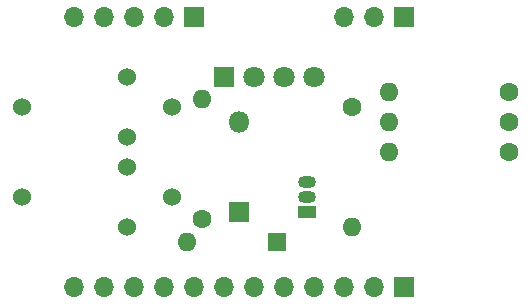
<source format=gbr>
%TF.GenerationSoftware,KiCad,Pcbnew,8.0.2*%
%TF.CreationDate,2024-06-05T00:37:09+02:00*%
%TF.ProjectId,tally_lanc,74616c6c-795f-46c6-916e-632e6b696361,rev?*%
%TF.SameCoordinates,Original*%
%TF.FileFunction,Soldermask,Bot*%
%TF.FilePolarity,Negative*%
%FSLAX46Y46*%
G04 Gerber Fmt 4.6, Leading zero omitted, Abs format (unit mm)*
G04 Created by KiCad (PCBNEW 8.0.2) date 2024-06-05 00:37:09*
%MOMM*%
%LPD*%
G01*
G04 APERTURE LIST*
%ADD10O,1.600000X1.600000*%
%ADD11C,1.600000*%
%ADD12R,1.500000X1.050000*%
%ADD13O,1.500000X1.050000*%
%ADD14C,1.524000*%
%ADD15R,1.700000X1.700000*%
%ADD16O,1.700000X1.700000*%
%ADD17R,1.600000X1.600000*%
%ADD18R,1.800000X1.800000*%
%ADD19C,1.800000*%
%ADD20O,1.800000X1.800000*%
G04 APERTURE END LIST*
D10*
%TO.C,R3*%
X102235000Y-90170000D03*
D11*
X112395000Y-90170000D03*
%TD*%
%TO.C,R2*%
X99060000Y-86360000D03*
D10*
X99060000Y-96520000D03*
%TD*%
D11*
%TO.C,R1*%
X86360000Y-95885000D03*
D10*
X86360000Y-85725000D03*
%TD*%
D12*
%TO.C,Q1*%
X95250000Y-95250000D03*
D13*
X95250000Y-93980000D03*
X95250000Y-92710000D03*
%TD*%
D14*
%TO.C,J5*%
X71120000Y-93980000D03*
X83820000Y-93980000D03*
X80010000Y-96520000D03*
X80010000Y-91440000D03*
%TD*%
D15*
%TO.C,J2*%
X103490000Y-78740000D03*
D16*
X100950000Y-78740000D03*
X98410000Y-78740000D03*
%TD*%
D15*
%TO.C,J1*%
X85720000Y-78740000D03*
D16*
X83180000Y-78740000D03*
X80640000Y-78740000D03*
X78100000Y-78740000D03*
X75560000Y-78740000D03*
%TD*%
D17*
%TO.C,D2*%
X92710000Y-97790000D03*
D10*
X85090000Y-97790000D03*
%TD*%
D18*
%TO.C,D3*%
X88265000Y-83820000D03*
D19*
X90805000Y-83820000D03*
X93345000Y-83820000D03*
X95885000Y-83820000D03*
%TD*%
D11*
%TO.C,R4*%
X112395000Y-87630000D03*
D10*
X102235000Y-87630000D03*
%TD*%
D11*
%TO.C,R5*%
X112395000Y-85090000D03*
D10*
X102235000Y-85090000D03*
%TD*%
D18*
%TO.C,D1*%
X89535000Y-95250000D03*
D20*
X89535000Y-87630000D03*
%TD*%
D15*
%TO.C,J3*%
X103505000Y-101600000D03*
D16*
X100965000Y-101600000D03*
X98425000Y-101600000D03*
X95885000Y-101600000D03*
X93345000Y-101600000D03*
X90805000Y-101600000D03*
X88265000Y-101600000D03*
X85725000Y-101600000D03*
X83185000Y-101600000D03*
X80645000Y-101600000D03*
X78105000Y-101600000D03*
X75565000Y-101600000D03*
%TD*%
D14*
%TO.C,J4*%
X71120000Y-86360000D03*
X83820000Y-86360000D03*
X80010000Y-88900000D03*
X80010000Y-83820000D03*
%TD*%
M02*

</source>
